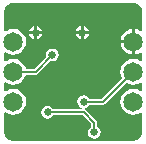
<source format=gbl>
G04*
G04 #@! TF.GenerationSoftware,Altium Limited,Altium Designer,20.2.6 (244)*
G04*
G04 Layer_Physical_Order=2*
G04 Layer_Color=16711680*
%FSLAX25Y25*%
%MOIN*%
G70*
G04*
G04 #@! TF.SameCoordinates,57C3D2B1-0C05-4810-AB6C-AC3BEF56B978*
G04*
G04*
G04 #@! TF.FilePolarity,Positive*
G04*
G01*
G75*
%ADD10C,0.00800*%
%ADD28C,0.00700*%
%ADD29C,0.06500*%
%ADD30C,0.02600*%
G36*
X734624Y890173D02*
X735162Y889950D01*
X735647Y889626D01*
X736060Y889213D01*
X736384Y888728D01*
X736607Y888189D01*
X736721Y887617D01*
Y880976D01*
X736272Y880755D01*
X735903Y881038D01*
X734869Y881466D01*
X734260Y881547D01*
Y877326D01*
Y873105D01*
X734869Y873185D01*
X735903Y873613D01*
X736272Y873897D01*
X736721Y873676D01*
Y870976D01*
X736272Y870755D01*
X735903Y871038D01*
X734869Y871466D01*
X733760Y871612D01*
X732651Y871466D01*
X731617Y871038D01*
X730729Y870357D01*
X730048Y869469D01*
X729619Y868435D01*
X729473Y867326D01*
X729619Y866216D01*
X730048Y865182D01*
X730103Y865110D01*
X723338Y858345D01*
X719103D01*
X718773Y858840D01*
X718078Y859304D01*
X717259Y859467D01*
X716439Y859304D01*
X715744Y858840D01*
X715280Y858145D01*
X715117Y857326D01*
X715280Y856506D01*
X715744Y855812D01*
X716439Y855348D01*
X716613Y855313D01*
X716564Y854813D01*
X707072D01*
X706742Y855307D01*
X706047Y855772D01*
X705228Y855935D01*
X704408Y855772D01*
X703714Y855307D01*
X703249Y854613D01*
X703087Y853793D01*
X703249Y852974D01*
X703714Y852279D01*
X704408Y851815D01*
X705228Y851652D01*
X706047Y851815D01*
X706742Y852279D01*
X707072Y852774D01*
X716870D01*
X719740Y849903D01*
Y849019D01*
X719246Y848689D01*
X718782Y847994D01*
X718619Y847175D01*
X718782Y846356D01*
X719246Y845661D01*
X719941Y845197D01*
X720760Y845034D01*
X721579Y845197D01*
X722274Y845661D01*
X722738Y846356D01*
X722901Y847175D01*
X722738Y847994D01*
X722274Y848689D01*
X721780Y849019D01*
Y850326D01*
X721702Y850716D01*
X721481Y851047D01*
X718013Y854514D01*
X717683Y854735D01*
X717623Y854747D01*
Y855257D01*
X718078Y855348D01*
X718773Y855812D01*
X719103Y856306D01*
X723760D01*
X724150Y856384D01*
X724481Y856605D01*
X731545Y863669D01*
X731617Y863613D01*
X732651Y863185D01*
X733760Y863039D01*
X734869Y863185D01*
X735903Y863613D01*
X736272Y863897D01*
X736721Y863675D01*
Y860976D01*
X736272Y860755D01*
X735903Y861038D01*
X734869Y861466D01*
X733760Y861612D01*
X732651Y861466D01*
X731617Y861038D01*
X730729Y860357D01*
X730048Y859469D01*
X729619Y858435D01*
X729473Y857326D01*
X729619Y856216D01*
X730048Y855182D01*
X730729Y854295D01*
X731617Y853613D01*
X732651Y853185D01*
X733760Y853039D01*
X734869Y853185D01*
X735903Y853613D01*
X736272Y853897D01*
X736721Y853675D01*
Y847034D01*
X736607Y846462D01*
X736384Y845923D01*
X736060Y845438D01*
X735647Y845026D01*
X735162Y844702D01*
X734624Y844479D01*
X734052Y844365D01*
X693468D01*
X692896Y844479D01*
X692357Y844702D01*
X691873Y845026D01*
X691460Y845438D01*
X691136Y845923D01*
X690913Y846462D01*
X690799Y847034D01*
Y853675D01*
X691248Y853897D01*
X691617Y853613D01*
X692651Y853185D01*
X693760Y853039D01*
X694870Y853185D01*
X695903Y853613D01*
X696791Y854295D01*
X697472Y855182D01*
X697901Y856216D01*
X698047Y857326D01*
X697901Y858435D01*
X697472Y859469D01*
X696791Y860357D01*
X695903Y861038D01*
X694870Y861466D01*
X693760Y861612D01*
X692651Y861466D01*
X691617Y861038D01*
X691248Y860755D01*
X690799Y860976D01*
Y863675D01*
X691248Y863897D01*
X691617Y863613D01*
X692651Y863185D01*
X693760Y863039D01*
X694870Y863185D01*
X695903Y863613D01*
X696791Y864295D01*
X697472Y865182D01*
X697901Y866216D01*
X697919Y866357D01*
X701182D01*
X701553Y866431D01*
X701867Y866641D01*
X706117Y870890D01*
X706760Y870762D01*
X707579Y870925D01*
X708274Y871389D01*
X708738Y872084D01*
X708901Y872904D01*
X708738Y873723D01*
X708274Y874417D01*
X707579Y874882D01*
X706760Y875045D01*
X705941Y874882D01*
X705246Y874417D01*
X704782Y873723D01*
X704619Y872904D01*
X704747Y872260D01*
X700781Y868294D01*
X697919D01*
X697901Y868435D01*
X697472Y869469D01*
X696791Y870357D01*
X695903Y871038D01*
X694870Y871466D01*
X693760Y871612D01*
X692651Y871466D01*
X691617Y871038D01*
X691248Y870755D01*
X690799Y870976D01*
Y873676D01*
X691248Y873897D01*
X691617Y873613D01*
X692651Y873185D01*
X693760Y873039D01*
X694870Y873185D01*
X695903Y873613D01*
X696791Y874295D01*
X697472Y875182D01*
X697901Y876216D01*
X698047Y877326D01*
X697901Y878435D01*
X697472Y879469D01*
X696791Y880357D01*
X695903Y881038D01*
X694870Y881466D01*
X693760Y881612D01*
X692651Y881466D01*
X691617Y881038D01*
X691248Y880755D01*
X690799Y880976D01*
Y887617D01*
X690913Y888189D01*
X691136Y888728D01*
X691460Y889213D01*
X691873Y889626D01*
X692357Y889950D01*
X692896Y890173D01*
X693468Y890287D01*
X734052D01*
X734624Y890173D01*
D02*
G37*
%LPC*%
G36*
X717260Y882619D02*
Y880873D01*
X719006D01*
X718927Y881270D01*
X718418Y882031D01*
X717657Y882540D01*
X717260Y882619D01*
D02*
G37*
G36*
X716260D02*
X715863Y882540D01*
X715102Y882031D01*
X714594Y881270D01*
X714514Y880873D01*
X716260D01*
Y882619D01*
D02*
G37*
G36*
X701682D02*
Y880873D01*
X703428D01*
X703349Y881270D01*
X702840Y882031D01*
X702080Y882540D01*
X701682Y882619D01*
D02*
G37*
G36*
X700682D02*
X700285Y882540D01*
X699524Y882031D01*
X699016Y881270D01*
X698937Y880873D01*
X700682D01*
Y882619D01*
D02*
G37*
G36*
X719006Y879873D02*
X717260D01*
Y878127D01*
X717657Y878207D01*
X718418Y878715D01*
X718927Y879476D01*
X719006Y879873D01*
D02*
G37*
G36*
X716260D02*
X714514D01*
X714594Y879476D01*
X715102Y878715D01*
X715863Y878207D01*
X716260Y878127D01*
Y879873D01*
D02*
G37*
G36*
X703428D02*
X701682D01*
Y878127D01*
X702080Y878207D01*
X702840Y878715D01*
X703349Y879476D01*
X703428Y879873D01*
D02*
G37*
G36*
X700682D02*
X698937D01*
X699016Y879476D01*
X699524Y878715D01*
X700285Y878207D01*
X700682Y878127D01*
Y879873D01*
D02*
G37*
G36*
X733260Y881547D02*
X732651Y881466D01*
X731617Y881038D01*
X730729Y880357D01*
X730048Y879469D01*
X729619Y878435D01*
X729539Y877826D01*
X733260D01*
Y881547D01*
D02*
G37*
G36*
Y876826D02*
X729539D01*
X729619Y876216D01*
X730048Y875182D01*
X730729Y874295D01*
X731617Y873613D01*
X732651Y873185D01*
X733260Y873105D01*
Y876826D01*
D02*
G37*
%LPD*%
D10*
X723760Y857326D02*
X733760Y867326D01*
X717259Y857326D02*
X723760D01*
X717292Y853793D02*
X720760Y850326D01*
Y847175D02*
Y850326D01*
X705228Y853793D02*
X717292D01*
D28*
X701182Y867326D02*
X706760Y872904D01*
X693760Y867326D02*
X701182D01*
X706760Y872904D02*
X706760D01*
D29*
X693760Y867326D02*
D03*
X733760Y877326D02*
D03*
X693760D02*
D03*
Y857326D02*
D03*
X733760Y867326D02*
D03*
Y857326D02*
D03*
D30*
X701182Y880373D02*
D03*
X706760Y872904D02*
D03*
X716760Y880373D02*
D03*
X717259Y857326D02*
D03*
X720760Y847175D02*
D03*
X705228Y853793D02*
D03*
M02*

</source>
